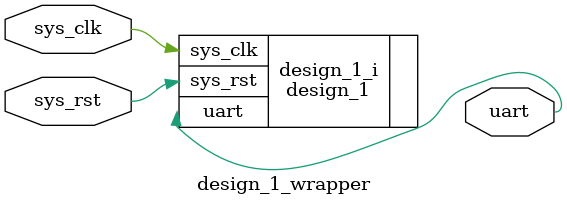
<source format=v>
`timescale 1 ps / 1 ps

module design_1_wrapper
   (sys_clk,
    sys_rst,
    uart);
  input sys_clk;
  input sys_rst;
  output uart;

  wire sys_clk;
  wire sys_rst;
  wire uart;

  design_1 design_1_i
       (.sys_clk(sys_clk),
        .sys_rst(sys_rst),
        .uart(uart));
endmodule

</source>
